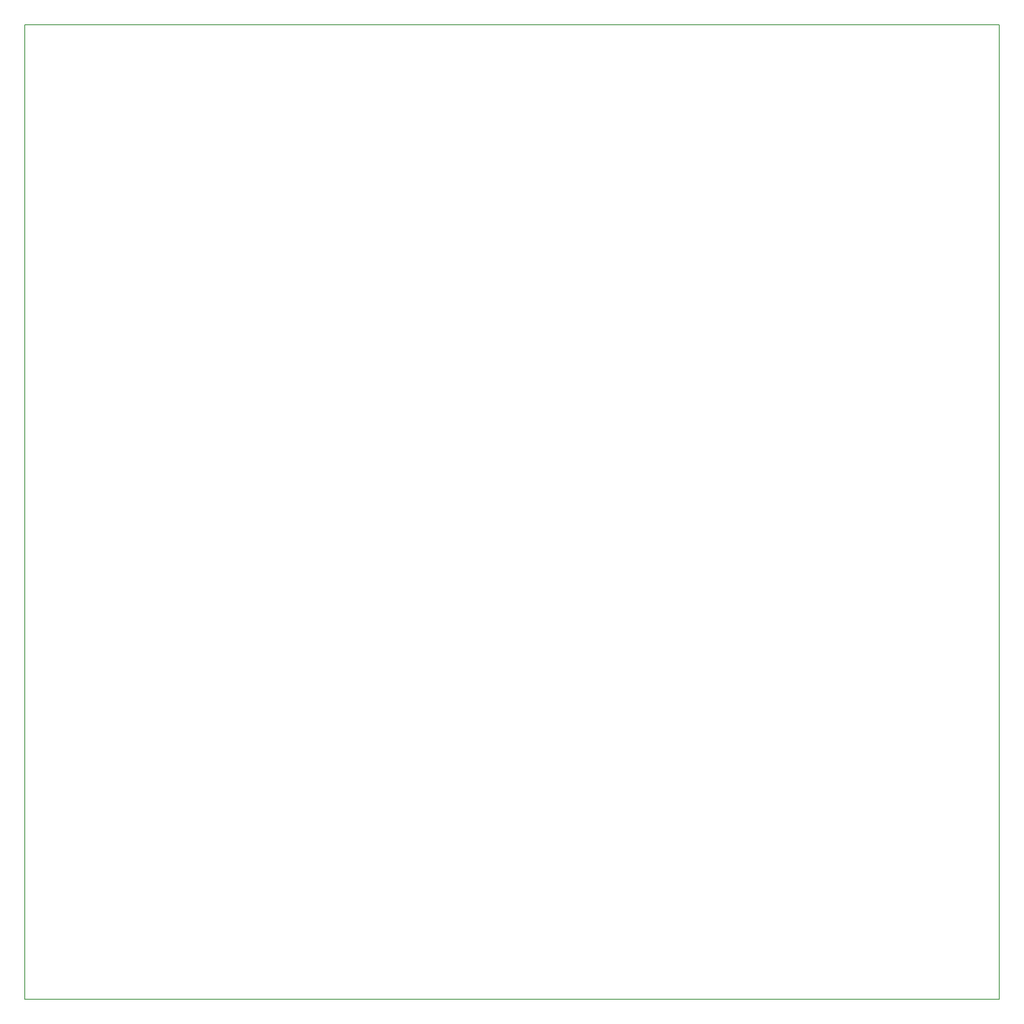
<source format=gbr>
%TF.GenerationSoftware,KiCad,Pcbnew,(6.0.9-0)*%
%TF.CreationDate,2022-12-31T14:30:25+01:00*%
%TF.ProjectId,tomclock,746f6d63-6c6f-4636-9b2e-6b696361645f,rev?*%
%TF.SameCoordinates,Original*%
%TF.FileFunction,Profile,NP*%
%FSLAX46Y46*%
G04 Gerber Fmt 4.6, Leading zero omitted, Abs format (unit mm)*
G04 Created by KiCad (PCBNEW (6.0.9-0)) date 2022-12-31 14:30:25*
%MOMM*%
%LPD*%
G01*
G04 APERTURE LIST*
%TA.AperFunction,Profile*%
%ADD10C,0.200000*%
%TD*%
G04 APERTURE END LIST*
D10*
X20750000Y-13500000D02*
X220750000Y-13500000D01*
X220750000Y-13500000D02*
X220750000Y-213500000D01*
X220750000Y-213500000D02*
X20750000Y-213500000D01*
X20750000Y-213500000D02*
X20750000Y-13500000D01*
M02*

</source>
